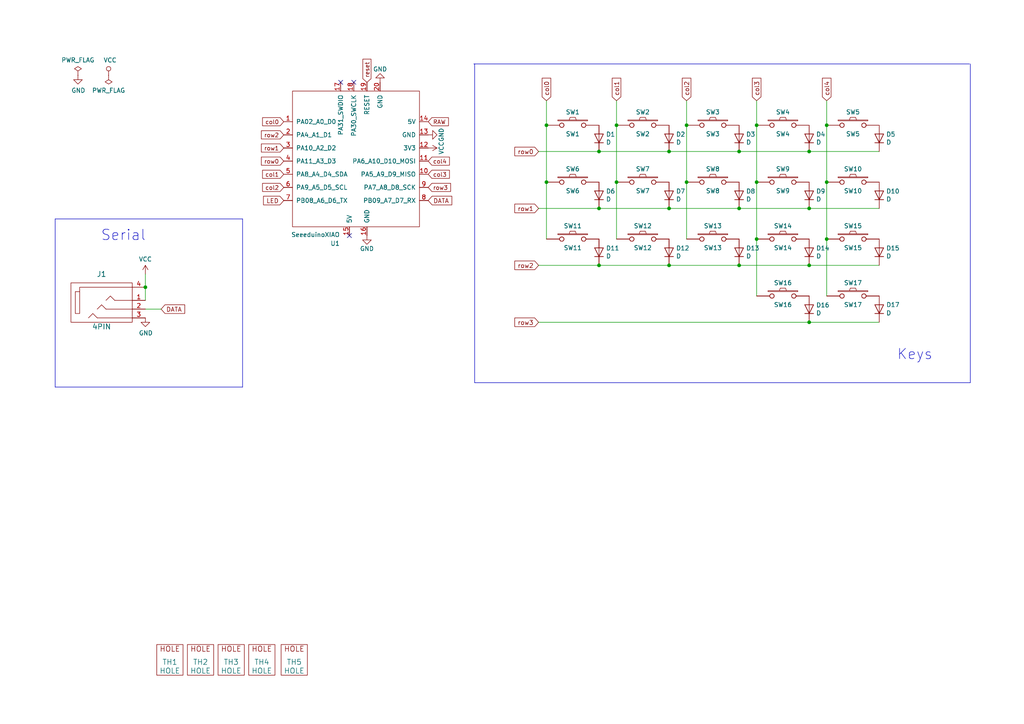
<source format=kicad_sch>
(kicad_sch (version 20230121) (generator eeschema)
  (paper "A4")
  (lib_symbols
    (symbol "Seeeduino XIAO:SeeeduinoXIAO" (pin_names (offset 1.016))
      (property "Reference" "U" (at -19.05 22.86 0))
      (property "Value" "SeeeduinoXIAO" (at -12.7 21.59 0))
      (symbol "SeeeduinoXIAO_0_1"
        (rectangle (start -19.05 20.32) (end 17.78 -19.05))
      )
      (symbol "SeeeduinoXIAO_1_1"
        (pin unspecified line (at -21.59 11.43 0) (length 2.54) (name "PA02_A0_D0") (number "1"))
        (pin unspecified line (at 20.32 -3.81 180) (length 2.54) (name "PA5_A9_D9_MISO") (number "10"))
        (pin unspecified line (at 20.32 0 180) (length 2.54) (name "PA6_A10_D10_MOSI") (number "11"))
        (pin unspecified line (at 20.32 3.81 180) (length 2.54) (name "3V3") (number "12"))
        (pin unspecified line (at 20.32 7.62 180) (length 2.54) (name "GND") (number "13"))
        (pin unspecified line (at 20.32 11.43 180) (length 2.54) (name "5V") (number "14"))
        (pin input line (at -2.54 -21.59 90) (length 2.54) (name "5V") (number "15"))
        (pin input line (at 2.54 -21.59 90) (length 2.54) (name "GND") (number "16"))
        (pin input line (at -5.08 22.86 270) (length 2.54) (name "PA31_SWDIO") (number "17"))
        (pin input line (at -1.27 22.86 270) (length 2.54) (name "PA30_SWCLK") (number "18"))
        (pin input line (at 2.54 22.86 270) (length 2.54) (name "RESET") (number "19"))
        (pin unspecified line (at -21.59 7.62 0) (length 2.54) (name "PA4_A1_D1") (number "2"))
        (pin input line (at 6.35 22.86 270) (length 2.54) (name "GND") (number "20"))
        (pin unspecified line (at -21.59 3.81 0) (length 2.54) (name "PA10_A2_D2") (number "3"))
        (pin unspecified line (at -21.59 0 0) (length 2.54) (name "PA11_A3_D3") (number "4"))
        (pin unspecified line (at -21.59 -3.81 0) (length 2.54) (name "PA8_A4_D4_SDA") (number "5"))
        (pin unspecified line (at -21.59 -7.62 0) (length 2.54) (name "PA9_A5_D5_SCL") (number "6"))
        (pin unspecified line (at -21.59 -11.43 0) (length 2.54) (name "PB08_A6_D6_TX") (number "7"))
        (pin unspecified line (at 20.32 -11.43 180) (length 2.54) (name "PB09_A7_D7_RX") (number "8"))
        (pin unspecified line (at 20.32 -7.62 180) (length 2.54) (name "PA7_A8_D8_SCK") (number "9"))
      )
    )
    (symbol "SofleKeyboard-rescue:D-Lily58-cache-Lily58_Pro-rescue" (pin_numbers hide) (pin_names (offset 1.016) hide)
      (property "Reference" "D" (at 0 2.54 0))
      (property "Value" "D-Lily58-cache-Lily58_Pro-rescue" (at 0 -2.54 0))
      (symbol "D-Lily58-cache-Lily58_Pro-rescue_0_1"
        (polyline (pts (xy -1.27 1.27) (xy -1.27 -1.27)) (stroke (width 0.2032)))
        (polyline (pts (xy 1.27 0) (xy -1.27 0)))
        (polyline (pts (xy 1.27 1.27) (xy 1.27 -1.27) (xy -1.27 0) (xy 1.27 1.27)) (stroke (width 0.2032)))
      )
      (symbol "D-Lily58-cache-Lily58_Pro-rescue_1_1"
        (pin passive line (at -3.81 0 0) (length 2.54) (name "K") (number "1"))
        (pin passive line (at 3.81 0 180) (length 2.54) (name "A") (number "2"))
      )
    )
    (symbol "SofleKeyboard-rescue:GND-Lily58-cache-Lily58_Pro-rescue" (power) (pin_names (offset 0))
      (property "Value" "GND-Lily58-cache-Lily58_Pro-rescue" (at 0 -3.81 0))
      (symbol "GND-Lily58-cache-Lily58_Pro-rescue_1_1"
        (polyline (pts (xy 0 0) (xy 0 -1.27) (xy 1.27 -1.27) (xy 0 -2.54) (xy -1.27 -1.27) (xy 0 -1.27)))
        (pin power_in line (at 0 0 0) (length 0) hide (name "GND") (number "1"))
      )
    )
    (symbol "SofleKeyboard-rescue:HOLE-Lily58-cache-Lily58_Pro-rescue" (pin_names (offset 1.016))
      (property "Reference" "U" (at 0 0 0))
      (property "Value" "HOLE-Lily58-cache-Lily58_Pro-rescue" (at 0 -5.08 0))
      (symbol "HOLE-Lily58-cache-Lily58_Pro-rescue_0_0"
        (text "HOLE" (at 0 3.81 0) (effects (font (size 1.524 1.524))))
      )
      (symbol "HOLE-Lily58-cache-Lily58_Pro-rescue_0_1"
        (rectangle (start 3.81 5.08) (end -3.81 -3.81))
      )
    )
    (symbol "SofleKeyboard-rescue:MJ-4PP-9-Lily58-cache-Lily58_Pro-rescue" (pin_names (offset 1.016))
      (property "Reference" "J" (at -8.89 -7.62 0))
      (property "Value" "MJ-4PP-9-Lily58-cache-Lily58_Pro-rescue" (at -3.81 6.35 0))
      (symbol "MJ-4PP-9-Lily58-cache-Lily58_Pro-rescue_0_1"
        (rectangle (start -7.62 2.54) (end -8.89 -3.81))
        (polyline (pts (xy 2.54 0) (xy 7.62 0)))
        (polyline (pts (xy -2.54 -5.08) (xy 7.62 -5.08) (xy 7.62 -5.08)))
        (polyline (pts (xy 0 -2.54) (xy -1.27 -1.27) (xy -2.54 -2.54)))
        (polyline (pts (xy 0 0) (xy 1.27 1.27) (xy 2.54 0)))
        (polyline (pts (xy 7.62 3.81) (xy -7.62 3.81) (xy -7.62 2.54)))
        (polyline (pts (xy -2.54 -5.08) (xy -3.81 -3.81) (xy -5.08 -5.08) (xy -5.08 -5.08)))
        (polyline (pts (xy 0 -2.54) (xy 7.62 -2.54) (xy 7.62 -2.54) (xy 7.62 -2.54)))
        (rectangle (start 7.62 -6.35) (end -10.16 5.08))
      )
      (symbol "MJ-4PP-9-Lily58-cache-Lily58_Pro-rescue_1_1"
        (pin passive line (at 11.43 0 180) (length 3.81) (name "~") (number "1"))
        (pin passive line (at 11.43 -2.54 180) (length 3.81) (name "~") (number "2"))
        (pin passive line (at 11.43 -5.08 180) (length 3.81) (name "~") (number "3"))
        (pin passive line (at 11.43 3.81 180) (length 3.81) (name "~") (number "4"))
      )
    )
    (symbol "SofleKeyboard-rescue:PWR_FLAG-Lily58-cache-Lily58_Pro-rescue" (power) (pin_numbers hide) (pin_names (offset 0) hide)
      (property "Value" "PWR_FLAG-Lily58-cache-Lily58_Pro-rescue" (at 0 3.81 0))
      (symbol "PWR_FLAG-Lily58-cache-Lily58_Pro-rescue_0_0"
        (pin power_out line (at 0 0 90) (length 0) (name "pwr") (number "1"))
      )
      (symbol "PWR_FLAG-Lily58-cache-Lily58_Pro-rescue_0_1"
        (polyline (pts (xy 0 0) (xy 0 1.27) (xy -1.016 1.905) (xy 0 2.54) (xy 1.016 1.905) (xy 0 1.27)))
      )
    )
    (symbol "SofleKeyboard-rescue:SW_PUSH-Lily58-cache-Lily58_Pro-rescue" (pin_numbers hide) (pin_names (offset 1.016) hide)
      (property "Reference" "SW" (at 3.81 2.794 0))
      (property "Value" "SW_PUSH-Lily58-cache-Lily58_Pro-rescue" (at 0 -2.032 0))
      (symbol "SW_PUSH-Lily58-cache-Lily58_Pro-rescue_0_1"
        (rectangle (start -4.318 1.27) (end 4.318 1.524))
        (polyline (pts (xy -1.016 1.524) (xy -0.762 2.286) (xy 0.762 2.286) (xy 1.016 1.524)))
        (pin passive inverted (at -7.62 0 0) (length 5.08) (name "1") (number "1"))
        (pin passive inverted (at 7.62 0 180) (length 5.08) (name "2") (number "2"))
      )
    )
    (symbol "SofleKeyboard-rescue:VCC-Lily58-cache-Lily58_Pro-rescue" (power) (pin_names (offset 0))
      (property "Value" "VCC-Lily58-cache-Lily58_Pro-rescue" (at 0 3.81 0))
      (symbol "VCC-Lily58-cache-Lily58_Pro-rescue_0_1"
        (polyline (pts (xy 0 0) (xy 0 1.27)))
        (circle (center 0 1.905) (radius 0.635))
      )
      (symbol "VCC-Lily58-cache-Lily58_Pro-rescue_1_1"
        (pin power_in line (at 0 0 90) (length 0) hide (name "VCC") (number "1"))
      )
    )
    (symbol "power:GND" (power) (pin_names (offset 0))
      (property "Value" "GND" (at 0 -3.81 0))
      (symbol "GND_0_1"
        (polyline (pts (xy 0 0) (xy 0 -1.27) (xy 1.27 -1.27) (xy 0 -2.54) (xy -1.27 -1.27) (xy 0 -1.27)))
      )
      (symbol "GND_1_1"
        (pin power_in line (at 0 0 270) (length 0) hide (name "GND") (number "1"))
      )
    )
    (symbol "power:VCC" (power) (pin_names (offset 0))
      (property "Value" "VCC" (at 0 3.81 0))
      (symbol "VCC_0_1"
        (polyline (pts (xy -0.762 1.27) (xy 0 2.54)))
        (polyline (pts (xy 0 0) (xy 0 2.54)))
        (polyline (pts (xy 0 2.54) (xy 0.762 1.27)))
      )
      (symbol "VCC_1_1"
        (pin power_in line (at 0 0 90) (length 0) hide (name "VCC") (number "1"))
      )
    )
  )
  (junction (at 219.456 52.832))
  (junction (at 173.736 76.962))
  (junction (at 173.736 43.942))
  (junction (at 158.496 52.832))
  (junction (at 239.776 36.322))
  (junction (at 173.736 60.452))
  (junction (at 194.056 60.452))
  (junction (at 239.776 69.342))
  (junction (at 234.696 43.942))
  (junction (at 239.776 52.832))
  (junction (at 214.376 43.942))
  (junction (at 199.136 52.832))
  (junction (at 42.164 83.312))
  (junction (at 178.816 52.832))
  (junction (at 219.456 69.342))
  (junction (at 234.696 60.452))
  (junction (at 178.816 36.322))
  (junction (at 234.696 93.472))
  (junction (at 214.376 76.962))
  (junction (at 194.056 43.942))
  (junction (at 214.376 60.452))
  (junction (at 219.456 36.322))
  (junction (at 158.496 36.322))
  (junction (at 194.056 76.962))
  (junction (at 234.696 76.962))
  (junction (at 199.136 36.322))
  (no_connect (at 102.616 23.876))
  (no_connect (at 101.346 68.326))
  (no_connect (at 98.806 23.876))
  (wire (pts (xy 173.736 76.962) (xy 194.056 76.962)))
  (polyline (pts (xy 137.414 18.542) (xy 281.178 18.542)))
  (wire (pts (xy 178.816 29.21) (xy 178.816 36.322)))
  (wire (pts (xy 158.496 29.21) (xy 158.496 36.322)))
  (wire (pts (xy 214.376 60.452) (xy 234.696 60.452)))
  (wire (pts (xy 156.21 43.942) (xy 173.736 43.942)))
  (wire (pts (xy 214.376 76.962) (xy 234.696 76.962)))
  (wire (pts (xy 173.736 43.942) (xy 194.056 43.942)))
  (polyline (pts (xy 16.002 63.5) (xy 70.358 63.5)))
  (polyline (pts (xy 16.002 112.268) (xy 16.002 63.5)))
  (wire (pts (xy 234.696 60.452) (xy 255.016 60.452)))
  (polyline (pts (xy 281.432 18.542) (xy 281.432 110.998)))
  (wire (pts (xy 234.696 93.472) (xy 255.016 93.472)))
  (polyline (pts (xy 70.358 63.5) (xy 70.358 112.268)))
  (wire (pts (xy 158.496 52.832) (xy 158.496 69.342)))
  (wire (pts (xy 42.164 89.662) (xy 46.736 89.662)))
  (wire (pts (xy 194.056 43.942) (xy 214.376 43.942)))
  (wire (pts (xy 194.056 60.452) (xy 214.376 60.452)))
  (polyline (pts (xy 70.358 112.268) (xy 16.002 112.268)))
  (wire (pts (xy 178.816 52.832) (xy 178.816 69.342)))
  (wire (pts (xy 178.816 36.322) (xy 178.816 52.832)))
  (wire (pts (xy 42.164 79.502) (xy 42.164 83.312)))
  (wire (pts (xy 199.136 29.21) (xy 199.136 36.322)))
  (polyline (pts (xy 281.432 110.998) (xy 137.668 110.998)))
  (wire (pts (xy 239.776 29.21) (xy 239.776 36.322)))
  (wire (pts (xy 156.21 60.452) (xy 173.736 60.452)))
  (wire (pts (xy 158.496 36.322) (xy 158.496 52.832)))
  (wire (pts (xy 234.696 43.942) (xy 255.016 43.942)))
  (polyline (pts (xy 137.668 18.542) (xy 137.668 110.998)))
  (wire (pts (xy 42.164 83.312) (xy 42.164 87.122)))
  (wire (pts (xy 199.136 52.832) (xy 199.136 69.342)))
  (wire (pts (xy 234.696 76.962) (xy 255.016 76.962)))
  (wire (pts (xy 219.456 36.322) (xy 219.456 52.832)))
  (wire (pts (xy 156.21 76.962) (xy 173.736 76.962)))
  (wire (pts (xy 219.456 69.342) (xy 219.456 85.852)))
  (wire (pts (xy 239.776 69.342) (xy 239.776 85.852)))
  (wire (pts (xy 214.376 43.942) (xy 234.696 43.942)))
  (wire (pts (xy 156.21 93.472) (xy 234.696 93.472)))
  (wire (pts (xy 173.736 60.452) (xy 194.056 60.452)))
  (wire (pts (xy 239.776 36.322) (xy 239.776 52.832)))
  (wire (pts (xy 219.456 29.21) (xy 219.456 36.322)))
  (wire (pts (xy 239.776 52.832) (xy 239.776 69.342)))
  (wire (pts (xy 194.056 76.962) (xy 214.376 76.962)))
  (wire (pts (xy 199.136 36.322) (xy 199.136 52.832)))
  (wire (pts (xy 219.456 52.832) (xy 219.456 69.342)))
  (text "Keys" (at 260.096 104.648 0) (effects (font (size 2.9972 2.9972)) (justify left bottom)))
  (text "Serial" (at 29.21 70.104 0) (effects (font (size 2.9972 2.9972)) (justify left bottom)))
  (global_label "row2" (shape input) (at 156.21 76.962 180) (property "Intersheetrefs" "${INTERSHEET_REFS}" (effects hide)))
  (global_label "reset" (shape input) (at 106.426 23.876 90) (effects (font (size 1.1938 1.1938))) (property "Intersheetrefs" "${INTERSHEET_REFS}" (effects hide)))
  (global_label "DATA" (shape input) (at 46.736 89.662 0) (property "Intersheetrefs" "${INTERSHEET_REFS}" (effects hide)))
  (global_label "RAW" (shape input) (at 124.206 35.306 0) (effects (font (size 1.1938 1.1938))) (property "Intersheetrefs" "${INTERSHEET_REFS}" (effects hide)))
  (global_label "col2" (shape input) (at 82.296 54.356 180) (effects (font (size 1.1938 1.1938))) (property "Intersheetrefs" "${INTERSHEET_REFS}" (effects hide)))
  (global_label "DATA" (shape input) (at 124.206 58.166 0) (property "Intersheetrefs" "${INTERSHEET_REFS}" (effects hide)))
  (global_label "row1" (shape input) (at 82.296 42.926 180) (effects (font (size 1.1938 1.1938))) (property "Intersheetrefs" "${INTERSHEET_REFS}" (effects hide)))
  (global_label "row2" (shape input) (at 82.296 39.116 180) (effects (font (size 1.1938 1.1938))) (property "Intersheetrefs" "${INTERSHEET_REFS}" (effects hide)))
  (global_label "LED" (shape input) (at 82.296 58.166 180) (property "Intersheetrefs" "${INTERSHEET_REFS}" (effects hide)))
  (global_label "row3" (shape input) (at 156.21 93.472 180) (property "Intersheetrefs" "${INTERSHEET_REFS}" (effects hide)))
  (global_label "col4" (shape input) (at 124.206 46.736 0) (effects (font (size 1.1938 1.1938))) (property "Intersheetrefs" "${INTERSHEET_REFS}" (effects hide)))
  (global_label "row0" (shape input) (at 156.21 43.942 180) (property "Intersheetrefs" "${INTERSHEET_REFS}" (effects hide)))
  (global_label "row1" (shape input) (at 156.21 60.452 180) (property "Intersheetrefs" "${INTERSHEET_REFS}" (effects hide)))
  (global_label "row3" (shape input) (at 124.206 54.356 0) (effects (font (size 1.1938 1.1938))) (property "Intersheetrefs" "${INTERSHEET_REFS}" (effects hide)))
  (global_label "col3" (shape input) (at 219.456 29.21 90) (property "Intersheetrefs" "${INTERSHEET_REFS}" (effects hide)))
  (global_label "col2" (shape input) (at 199.136 29.21 90) (property "Intersheetrefs" "${INTERSHEET_REFS}" (effects hide)))
  (global_label "col3" (shape input) (at 124.206 50.546 0) (effects (font (size 1.1938 1.1938))) (property "Intersheetrefs" "${INTERSHEET_REFS}" (effects hide)))
  (global_label "col4" (shape input) (at 239.776 29.21 90) (property "Intersheetrefs" "${INTERSHEET_REFS}" (effects hide)))
  (global_label "col0" (shape input) (at 82.296 35.306 180) (effects (font (size 1.1938 1.1938))) (property "Intersheetrefs" "${INTERSHEET_REFS}" (effects hide)))
  (global_label "col1" (shape input) (at 178.816 29.21 90) (property "Intersheetrefs" "${INTERSHEET_REFS}" (effects hide)))
  (global_label "row0" (shape input) (at 82.296 46.736 180) (effects (font (size 1.1938 1.1938))) (property "Intersheetrefs" "${INTERSHEET_REFS}" (effects hide)))
  (global_label "col1" (shape input) (at 82.296 50.546 180) (effects (font (size 1.1938 1.1938))) (property "Intersheetrefs" "${INTERSHEET_REFS}" (effects hide)))
  (global_label "col0" (shape input) (at 158.496 29.21 90) (property "Intersheetrefs" "${INTERSHEET_REFS}" (effects hide)))
  (symbol (lib_id "SofleKeyboard-rescue:SW_PUSH-Lily58-cache-Lily58_Pro-rescue") (at 166.116 36.322 0) (unit 1)
    (property "Reference" "SW1" (at 166.116 32.512 0))
    (property "Value" "SW1" (at 166.116 38.862 0))
    (property "Footprint" "jw_custom_footprint:CherryMX_Choc_Hotswap_w_keycap_frames" (effects hide))
  )
  (symbol (lib_id "SofleKeyboard-rescue:SW_PUSH-Lily58-cache-Lily58_Pro-rescue") (at 186.436 36.322 0) (unit 1)
    (property "Reference" "SW2" (at 186.436 32.512 0))
    (property "Value" "SW2" (at 186.436 38.862 0))
    (property "Footprint" "jw_custom_footprint:CherryMX_Choc_Hotswap_w_keycap_frames" (effects hide))
  )
  (symbol (lib_id "SofleKeyboard-rescue:SW_PUSH-Lily58-cache-Lily58_Pro-rescue") (at 206.756 36.322 0) (unit 1)
    (property "Reference" "SW3" (at 206.756 32.512 0))
    (property "Value" "SW3" (at 206.756 38.862 0))
    (property "Footprint" "jw_custom_footprint:CherryMX_Choc_Hotswap_w_keycap_frames" (effects hide))
  )
  (symbol (lib_id "SofleKeyboard-rescue:SW_PUSH-Lily58-cache-Lily58_Pro-rescue") (at 227.076 36.322 0) (unit 1)
    (property "Reference" "SW4" (at 227.076 32.512 0))
    (property "Value" "SW4" (at 227.076 38.862 0))
    (property "Footprint" "jw_custom_footprint:CherryMX_Choc_Hotswap_w_keycap_frames" (effects hide))
  )
  (symbol (lib_id "SofleKeyboard-rescue:SW_PUSH-Lily58-cache-Lily58_Pro-rescue") (at 247.396 36.322 0) (unit 1)
    (property "Reference" "SW5" (at 247.396 32.512 0))
    (property "Value" "SW5" (at 247.396 38.862 0))
    (property "Footprint" "jw_custom_footprint:CherryMX_Choc_Hotswap_w_keycap_frames" (effects hide))
  )
  (symbol (lib_id "SofleKeyboard-rescue:D-Lily58-cache-Lily58_Pro-rescue") (at 173.736 40.132 90) (unit 1)
    (property "Reference" "D1" (at 175.7426 38.9636 90) (effects (justify right)))
    (property "Value" "D" (at 175.7426 41.275 90) (effects (justify right)))
    (property "Footprint" "jw_custom_footprint:Diode_SOD123_wo_THT" (effects hide))
  )
  (symbol (lib_id "SofleKeyboard-rescue:D-Lily58-cache-Lily58_Pro-rescue") (at 194.056 40.132 90) (unit 1)
    (property "Reference" "D2" (at 196.0626 38.9636 90) (effects (justify right)))
    (property "Value" "D" (at 196.0626 41.275 90) (effects (justify right)))
    (property "Footprint" "jw_custom_footprint:Diode_SOD123_wo_THT" (effects hide))
  )
  (symbol (lib_id "SofleKeyboard-rescue:D-Lily58-cache-Lily58_Pro-rescue") (at 214.376 40.132 90) (unit 1)
    (property "Reference" "D3" (at 216.3826 38.9636 90) (effects (justify right)))
    (property "Value" "D" (at 216.3826 41.275 90) (effects (justify right)))
    (property "Footprint" "jw_custom_footprint:Diode_SOD123_wo_THT" (effects hide))
  )
  (symbol (lib_id "SofleKeyboard-rescue:D-Lily58-cache-Lily58_Pro-rescue") (at 234.696 40.132 90) (unit 1)
    (property "Reference" "D4" (at 236.7026 38.9636 90) (effects (justify right)))
    (property "Value" "D" (at 236.7026 41.275 90) (effects (justify right)))
    (property "Footprint" "jw_custom_footprint:Diode_SOD123_wo_THT" (effects hide))
  )
  (symbol (lib_id "SofleKeyboard-rescue:D-Lily58-cache-Lily58_Pro-rescue") (at 255.016 40.132 90) (unit 1)
    (property "Reference" "D5" (at 257.0226 38.9636 90) (effects (justify right)))
    (property "Value" "D" (at 257.0226 41.275 90) (effects (justify right)))
    (property "Footprint" "jw_custom_footprint:Diode_SOD123_wo_THT" (effects hide))
  )
  (symbol (lib_id "SofleKeyboard-rescue:D-Lily58-cache-Lily58_Pro-rescue") (at 173.736 56.642 90) (unit 1)
    (property "Reference" "D6" (at 175.7426 55.4736 90) (effects (justify right)))
    (property "Value" "D" (at 175.7426 57.785 90) (effects (justify right)))
    (property "Footprint" "jw_custom_footprint:Diode_SOD123_wo_THT" (effects hide))
  )
  (symbol (lib_id "SofleKeyboard-rescue:D-Lily58-cache-Lily58_Pro-rescue") (at 194.056 56.642 90) (unit 1)
    (property "Reference" "D7" (at 196.0626 55.4736 90) (effects (justify right)))
    (property "Value" "D" (at 196.0626 57.785 90) (effects (justify right)))
    (property "Footprint" "jw_custom_footprint:Diode_SOD123_wo_THT" (effects hide))
  )
  (symbol (lib_id "SofleKeyboard-rescue:D-Lily58-cache-Lily58_Pro-rescue") (at 214.376 56.642 90) (unit 1)
    (property "Reference" "D8" (at 216.3826 55.4736 90) (effects (justify right)))
    (property "Value" "D" (at 216.3826 57.785 90) (effects (justify right)))
    (property "Footprint" "jw_custom_footprint:Diode_SOD123_wo_THT" (effects hide))
  )
  (symbol (lib_id "SofleKeyboard-rescue:D-Lily58-cache-Lily58_Pro-rescue") (at 234.696 56.642 90) (unit 1)
    (property "Reference" "D9" (at 236.7026 55.4736 90) (effects (justify right)))
    (property "Value" "D" (at 236.7026 57.785 90) (effects (justify right)))
    (property "Footprint" "jw_custom_footprint:Diode_SOD123_wo_THT" (effects hide))
  )
  (symbol (lib_id "SofleKeyboard-rescue:D-Lily58-cache-Lily58_Pro-rescue") (at 255.016 56.642 90) (unit 1)
    (property "Reference" "D10" (at 257.0226 55.4736 90) (effects (justify right)))
    (property "Value" "D" (at 257.0226 57.785 90) (effects (justify right)))
    (property "Footprint" "jw_custom_footprint:Diode_SOD123_wo_THT" (effects hide))
  )
  (symbol (lib_id "SofleKeyboard-rescue:D-Lily58-cache-Lily58_Pro-rescue") (at 173.736 73.152 90) (unit 1)
    (property "Reference" "D11" (at 175.7426 71.9836 90) (effects (justify right)))
    (property "Value" "D" (at 175.7426 74.295 90) (effects (justify right)))
    (property "Footprint" "jw_custom_footprint:Diode_SOD123_wo_THT" (effects hide))
  )
  (symbol (lib_id "SofleKeyboard-rescue:D-Lily58-cache-Lily58_Pro-rescue") (at 194.056 73.152 90) (unit 1)
    (property "Reference" "D12" (at 196.0626 71.9836 90) (effects (justify right)))
    (property "Value" "D" (at 196.0626 74.295 90) (effects (justify right)))
    (property "Footprint" "jw_custom_footprint:Diode_SOD123_wo_THT" (effects hide))
  )
  (symbol (lib_id "SofleKeyboard-rescue:D-Lily58-cache-Lily58_Pro-rescue") (at 214.376 73.152 90) (unit 1)
    (property "Reference" "D13" (at 216.3826 71.9836 90) (effects (justify right)))
    (property "Value" "D" (at 216.3826 74.295 90) (effects (justify right)))
    (property "Footprint" "jw_custom_footprint:Diode_SOD123_wo_THT" (effects hide))
  )
  (symbol (lib_id "SofleKeyboard-rescue:D-Lily58-cache-Lily58_Pro-rescue") (at 234.696 73.152 90) (unit 1)
    (property "Reference" "D14" (at 236.7026 71.9836 90) (effects (justify right)))
    (property "Value" "D" (at 236.7026 74.295 90) (effects (justify right)))
    (property "Footprint" "jw_custom_footprint:Diode_SOD123_wo_THT" (effects hide))
  )
  (symbol (lib_id "SofleKeyboard-rescue:D-Lily58-cache-Lily58_Pro-rescue") (at 255.016 73.152 90) (unit 1)
    (property "Reference" "D15" (at 257.0226 71.9836 90) (effects (justify right)))
    (property "Value" "D" (at 257.0226 74.295 90) (effects (justify right)))
    (property "Footprint" "jw_custom_footprint:Diode_SOD123_wo_THT" (effects hide))
  )
  (symbol (lib_id "SofleKeyboard-rescue:D-Lily58-cache-Lily58_Pro-rescue") (at 255.016 89.662 90) (unit 1)
    (property "Reference" "D17" (at 257.048 88.392 90) (effects (justify right)))
    (property "Value" "D" (at 257.0226 90.805 90) (effects (justify right)))
    (property "Footprint" "jw_custom_footprint:Diode_SOD123_wo_THT" (effects hide))
  )
  (symbol (lib_id "SofleKeyboard-rescue:PWR_FLAG-Lily58-cache-Lily58_Pro-rescue") (at 22.606 21.844 0) (unit 1)
    (property "Reference" "#FLG01" (effects hide))
    (property "Value" "PWR_FLAG" (at 22.606 17.4244 0))
  )
  (symbol (lib_id "SofleKeyboard-rescue:GND-Lily58-cache-Lily58_Pro-rescue") (at 22.606 21.844 0) (unit 1)
    (property "Reference" "#PWR01" (effects hide))
    (property "Value" "GND" (at 22.733 26.2382 0))
  )
  (symbol (lib_id "SofleKeyboard-rescue:VCC-Lily58-cache-Lily58_Pro-rescue") (at 31.496 21.844 0) (unit 1)
    (property "Reference" "#PWR02" (effects hide))
    (property "Value" "VCC" (at 31.9278 17.4498 0))
  )
  (symbol (lib_id "SofleKeyboard-rescue:PWR_FLAG-Lily58-cache-Lily58_Pro-rescue") (at 31.496 21.844 180) (unit 1)
    (property "Reference" "#FLG02" (effects hide))
    (property "Value" "PWR_FLAG" (at 31.496 26.2382 0))
  )
  (symbol (lib_id "SofleKeyboard-rescue:SW_PUSH-Lily58-cache-Lily58_Pro-rescue") (at 247.396 85.852 0) (unit 1)
    (property "Reference" "SW17" (at 247.396 82.042 0))
    (property "Value" "SW17" (at 247.396 88.392 0))
    (property "Footprint" "jw_custom_footprint:CherryMX_Choc_Hotswap_w_keycap_frames" (effects hide))
  )
  (symbol (lib_id "SofleKeyboard-rescue:SW_PUSH-Lily58-cache-Lily58_Pro-rescue") (at 206.756 52.832 0) (unit 1)
    (property "Reference" "SW8" (at 206.756 49.022 0))
    (property "Value" "SW8" (at 206.756 55.372 0))
    (property "Footprint" "jw_custom_footprint:CherryMX_Choc_Hotswap_w_keycap_frames" (effects hide))
  )
  (symbol (lib_id "SofleKeyboard-rescue:SW_PUSH-Lily58-cache-Lily58_Pro-rescue") (at 227.076 52.832 0) (unit 1)
    (property "Reference" "SW9" (at 227.076 49.022 0))
    (property "Value" "SW9" (at 227.076 55.372 0))
    (property "Footprint" "jw_custom_footprint:CherryMX_Choc_Hotswap_w_keycap_frames" (effects hide))
  )
  (symbol (lib_id "SofleKeyboard-rescue:SW_PUSH-Lily58-cache-Lily58_Pro-rescue") (at 247.396 69.342 0) (unit 1)
    (property "Reference" "SW15" (at 247.396 65.532 0))
    (property "Value" "SW15" (at 247.396 71.882 0))
    (property "Footprint" "jw_custom_footprint:CherryMX_Choc_Hotswap_w_keycap_frames" (effects hide))
  )
  (symbol (lib_id "SofleKeyboard-rescue:HOLE-Lily58-cache-Lily58_Pro-rescue") (at 75.946 192.024 0) (unit 1)
    (property "Reference" "TH4" (at 75.946 192.024 0) (effects (font (size 1.524 1.524))))
    (property "Value" "HOLE" (at 75.946 194.564 0) (effects (font (size 1.524 1.524))))
    (property "Footprint" "MountingHole:MountingHole_3.2mm_M3" (effects hide))
  )
  (symbol (lib_id "SofleKeyboard-rescue:HOLE-Lily58-cache-Lily58_Pro-rescue") (at 67.056 192.024 0) (unit 1)
    (property "Reference" "TH3" (at 67.056 192.024 0) (effects (font (size 1.524 1.524))))
    (property "Value" "HOLE" (at 67.056 194.564 0) (effects (font (size 1.524 1.524))))
    (property "Footprint" "MountingHole:MountingHole_3.2mm_M3" (effects hide))
  )
  (symbol (lib_id "power:GND") (at 124.206 39.116 90) (unit 1)
    (property "Reference" "#PWR016" (effects hide))
    (property "Value" "GND" (at 128.016 39.116 0))
  )
  (symbol (lib_id "SofleKeyboard-rescue:SW_PUSH-Lily58-cache-Lily58_Pro-rescue") (at 186.436 69.342 0) (unit 1)
    (property "Reference" "SW12" (at 186.436 65.532 0))
    (property "Value" "SW12" (at 186.436 71.882 0))
    (property "Footprint" "jw_custom_footprint:CherryMX_Choc_Hotswap_w_keycap_frames" (effects hide))
  )
  (symbol (lib_id "SofleKeyboard-rescue:SW_PUSH-Lily58-cache-Lily58_Pro-rescue") (at 227.076 85.852 0) (unit 1)
    (property "Reference" "SW16" (at 227.076 82.042 0))
    (property "Value" "SW16" (at 227.076 88.392 0))
    (property "Footprint" "jw_custom_footprint:CherryMX_Choc_Hotswap_w_keycap_frames" (effects hide))
  )
  (symbol (lib_id "Seeeduino XIAO:SeeeduinoXIAO") (at 103.886 46.736 0) (unit 1)
    (property "Reference" "U1" (at 98.5773 70.612 0) (effects (justify right)))
    (property "Value" "SeeeduinoXIAO" (at 98.5773 68.072 0) (effects (justify right)))
    (property "Footprint" "jw_custom_footprint:Xiao THT jumper pad_flipped" (effects hide))
  )
  (symbol (lib_id "SofleKeyboard-rescue:SW_PUSH-Lily58-cache-Lily58_Pro-rescue") (at 186.436 52.832 0) (unit 1)
    (property "Reference" "SW7" (at 186.436 49.022 0))
    (property "Value" "SW7" (at 186.436 55.372 0))
    (property "Footprint" "jw_custom_footprint:CherryMX_Choc_Hotswap_w_keycap_frames" (effects hide))
  )
  (symbol (lib_id "SofleKeyboard-rescue:HOLE-Lily58-cache-Lily58_Pro-rescue") (at 49.276 192.024 0) (unit 1)
    (property "Reference" "TH1" (at 49.276 192.024 0) (effects (font (size 1.524 1.524))))
    (property "Value" "HOLE" (at 49.276 194.564 0) (effects (font (size 1.524 1.524))))
    (property "Footprint" "MountingHole:MountingHole_3.2mm_M3" (effects hide))
  )
  (symbol (lib_id "SofleKeyboard-rescue:HOLE-Lily58-cache-Lily58_Pro-rescue") (at 85.344 192.024 0) (unit 1)
    (property "Reference" "TH5" (at 85.344 192.024 0) (effects (font (size 1.524 1.524))))
    (property "Value" "HOLE" (at 85.344 194.564 0) (effects (font (size 1.524 1.524))))
    (property "Footprint" "MountingHole:MountingHole_3.2mm_M3" (effects hide))
  )
  (symbol (lib_id "power:VCC") (at 42.164 79.502 0) (unit 1)
    (property "Reference" "#PWR0101" (effects hide))
    (property "Value" "VCC" (at 42.164 75.184 0))
  )
  (symbol (lib_id "SofleKeyboard-rescue:SW_PUSH-Lily58-cache-Lily58_Pro-rescue") (at 227.076 69.342 0) (unit 1)
    (property "Reference" "SW14" (at 227.076 65.532 0))
    (property "Value" "SW14" (at 227.076 71.882 0))
    (property "Footprint" "jw_custom_footprint:CherryMX_Choc_Hotswap_w_keycap_frames" (effects hide))
  )
  (symbol (lib_id "power:GND") (at 110.236 23.876 180) (unit 1)
    (property "Reference" "#PWR017" (effects hide))
    (property "Value" "GND" (at 110.236 20.066 0))
  )
  (symbol (lib_id "power:VCC") (at 124.206 42.926 270) (unit 1)
    (property "Reference" "#PWR010" (effects hide))
    (property "Value" "VCC" (at 128.016 42.926 0))
  )
  (symbol (lib_id "SofleKeyboard-rescue:HOLE-Lily58-cache-Lily58_Pro-rescue") (at 58.166 192.024 0) (unit 1)
    (property "Reference" "TH2" (at 58.166 192.024 0) (effects (font (size 1.524 1.524))))
    (property "Value" "HOLE" (at 58.166 194.564 0) (effects (font (size 1.524 1.524))))
    (property "Footprint" "MountingHole:MountingHole_3.2mm_M3" (effects hide))
  )
  (symbol (lib_id "SofleKeyboard-rescue:SW_PUSH-Lily58-cache-Lily58_Pro-rescue") (at 206.756 69.342 0) (unit 1)
    (property "Reference" "SW13" (at 206.756 65.532 0))
    (property "Value" "SW13" (at 206.756 71.882 0))
    (property "Footprint" "jw_custom_footprint:CherryMX_Choc_Hotswap_w_keycap_frames" (effects hide))
  )
  (symbol (lib_id "SofleKeyboard-rescue:SW_PUSH-Lily58-cache-Lily58_Pro-rescue") (at 247.396 52.832 0) (unit 1)
    (property "Reference" "SW10" (at 247.396 49.022 0))
    (property "Value" "SW10" (at 247.396 55.372 0))
    (property "Footprint" "jw_custom_footprint:CherryMX_Choc_Hotswap_w_keycap_frames" (effects hide))
  )
  (symbol (lib_id "SofleKeyboard-rescue:SW_PUSH-Lily58-cache-Lily58_Pro-rescue") (at 166.116 52.832 0) (unit 1)
    (property "Reference" "SW6" (at 166.116 49.022 0))
    (property "Value" "SW6" (at 166.116 55.372 0))
    (property "Footprint" "jw_custom_footprint:CherryMX_Choc_Hotswap_w_keycap_frames" (effects hide))
  )
  (symbol (lib_id "power:GND") (at 42.164 92.202 0) (unit 1)
    (property "Reference" "#PWR0102" (effects hide))
    (property "Value" "GND" (at 42.291 96.5962 0))
  )
  (symbol (lib_id "SofleKeyboard-rescue:MJ-4PP-9-Lily58-cache-Lily58_Pro-rescue") (at 30.734 87.122 0) (unit 1)
    (property "Reference" "J1" (at 29.464 79.502 0) (effects (font (size 1.524 1.524))))
    (property "Value" "4PIN" (at 29.464 94.742 0) (effects (font (size 1.524 1.524))))
    (property "Footprint" "jw_custom_footprint:TRRS-PJ-DPB2_mod" (effects hide))
  )
  (symbol (lib_id "SofleKeyboard-rescue:SW_PUSH-Lily58-cache-Lily58_Pro-rescue") (at 166.116 69.342 0) (unit 1)
    (property "Reference" "SW11" (at 166.116 65.532 0))
    (property "Value" "SW11" (at 166.116 71.882 0))
    (property "Footprint" "jw_custom_footprint:CherryMX_Choc_Hotswap_w_keycap_frames" (effects hide))
  )
  (symbol (lib_id "SofleKeyboard-rescue:D-Lily58-cache-Lily58_Pro-rescue") (at 234.696 89.662 90) (unit 1)
    (property "Reference" "D16" (at 236.7026 88.4936 90) (effects (justify right)))
    (property "Value" "D" (at 236.7026 90.805 90) (effects (justify right)))
    (property "Footprint" "jw_custom_footprint:Diode_SOD123_wo_THT" (effects hide))
  )
  (symbol (lib_id "power:GND") (at 106.426 68.326 0) (unit 1)
    (property "Reference" "#PWR07" (effects hide))
    (property "Value" "GND" (at 106.426 72.136 0))
  )
)
</source>
